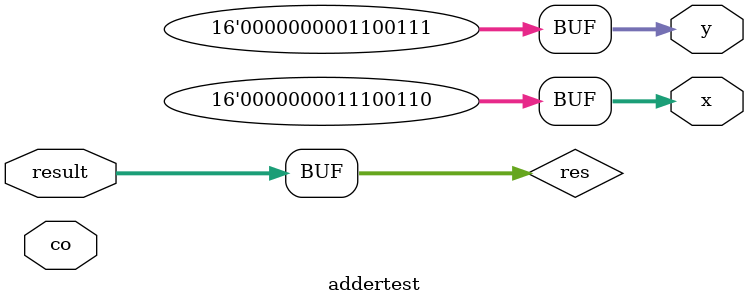
<source format=v>
`include "adder.v"
module addertest(input [15:0]result, input co, output [15:0] x, output [15:0] y);
reg [15:0] x = 230;
reg [15:0] y = 103;
reg [15:0] res;

always @(co)
begin
    res <= result;
	#5;
    $display("Result: %0d",result);
end

adder a(x,y,result,co);
endmodule

</source>
